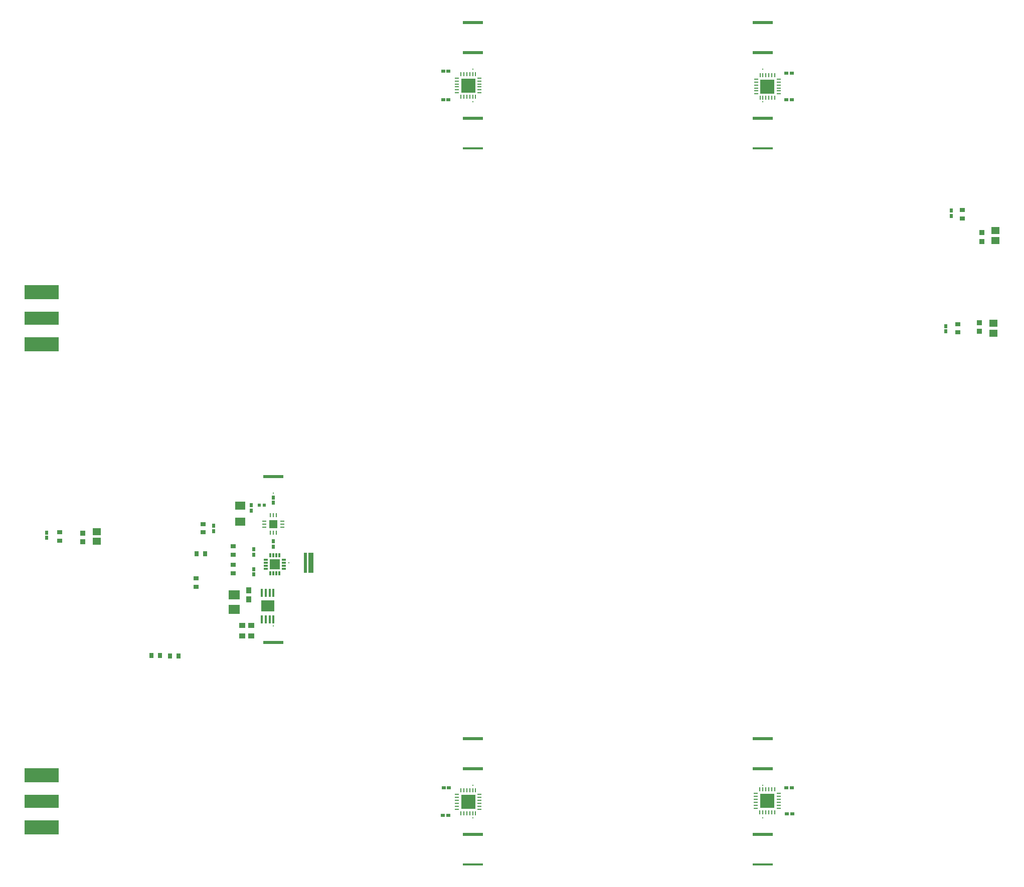
<source format=gtp>
G04*
G04 #@! TF.GenerationSoftware,Altium Limited,Altium Designer,23.2.1 (34)*
G04*
G04 Layer_Color=8421504*
%FSLAX25Y25*%
%MOIN*%
G70*
G04*
G04 #@! TF.SameCoordinates,CA660C8E-C53F-4193-A26E-31EAB45B7BEE*
G04*
G04*
G04 #@! TF.FilePolarity,Positive*
G04*
G01*
G75*
%ADD15R,0.13610X0.01575*%
%ADD16R,0.03291X0.13610*%
%ADD17R,0.03543X0.02756*%
%ADD18R,0.01968X0.02756*%
%ADD19R,0.13610X0.01992*%
%ADD20R,0.09646X0.09646*%
%ADD21R,0.03150X0.00984*%
%ADD22R,0.00984X0.03150*%
%ADD23R,0.02598X0.02441*%
%ADD24R,0.13610X0.01968*%
%ADD25R,0.01100X0.01000*%
%ADD26R,0.01968X0.13610*%
%ADD27R,0.01000X0.01100*%
%ADD28R,0.05733X0.04940*%
%ADD29R,0.03591X0.03772*%
%ADD30R,0.23000X0.09000*%
%ADD31R,0.23000X0.09500*%
%ADD32R,0.02441X0.02598*%
%ADD33R,0.02756X0.03543*%
%ADD34R,0.01772X0.05315*%
%ADD35R,0.08898X0.07205*%
%ADD36R,0.05709X0.05709*%
%ADD37R,0.02559X0.00984*%
%ADD38R,0.00984X0.02559*%
%ADD39R,0.01181X0.02953*%
%ADD40R,0.02953X0.01181*%
%ADD41R,0.06890X0.06890*%
%ADD42R,0.07087X0.05315*%
%ADD43R,0.07284X0.06496*%
%ADD44R,0.03740X0.03937*%
%ADD45R,0.03937X0.03740*%
%ADD46R,0.02423X0.02254*%
D15*
X489475Y595437D02*
D03*
X682388D02*
D03*
X489475Y118941D02*
D03*
X682388D02*
D03*
D16*
X382110Y319843D02*
D03*
D17*
X310200Y340044D02*
D03*
Y345556D02*
D03*
X814799Y554433D02*
D03*
Y548921D02*
D03*
X811908Y478487D02*
D03*
Y472975D02*
D03*
X214898Y334551D02*
D03*
Y340063D02*
D03*
X305708Y309387D02*
D03*
Y303875D02*
D03*
X330289Y312913D02*
D03*
Y318425D02*
D03*
Y325117D02*
D03*
Y330629D02*
D03*
D18*
X317400Y344372D02*
D03*
Y340828D02*
D03*
X807614Y554039D02*
D03*
Y550496D02*
D03*
X804008Y473659D02*
D03*
Y477202D02*
D03*
X206236Y339866D02*
D03*
Y336323D02*
D03*
D19*
X682406Y202665D02*
D03*
X489492Y202665D02*
D03*
X682398Y679095D02*
D03*
X489484D02*
D03*
D20*
X486531Y637264D02*
D03*
X685404Y636581D02*
D03*
X685370Y161389D02*
D03*
X486539Y160835D02*
D03*
D21*
X478953Y632342D02*
D03*
Y634311D02*
D03*
Y636279D02*
D03*
Y638248D02*
D03*
Y640217D02*
D03*
Y642185D02*
D03*
X494110D02*
D03*
Y640217D02*
D03*
Y638248D02*
D03*
Y636279D02*
D03*
Y634311D02*
D03*
Y632342D02*
D03*
X692983Y641502D02*
D03*
Y639534D02*
D03*
Y637565D02*
D03*
Y635597D02*
D03*
Y633628D02*
D03*
Y631660D02*
D03*
X677825D02*
D03*
Y633628D02*
D03*
Y635597D02*
D03*
Y637565D02*
D03*
Y639534D02*
D03*
Y641502D02*
D03*
X677791Y166310D02*
D03*
Y164341D02*
D03*
Y162373D02*
D03*
Y160404D02*
D03*
Y158436D02*
D03*
Y156467D02*
D03*
X692949D02*
D03*
Y158436D02*
D03*
Y160404D02*
D03*
Y162373D02*
D03*
Y164341D02*
D03*
Y166310D02*
D03*
X478961Y155913D02*
D03*
Y157882D02*
D03*
Y159850D02*
D03*
Y161819D02*
D03*
Y163787D02*
D03*
Y165756D02*
D03*
X494118D02*
D03*
Y163787D02*
D03*
Y161819D02*
D03*
Y159850D02*
D03*
Y157882D02*
D03*
Y155913D02*
D03*
D22*
X481610Y644842D02*
D03*
X483579D02*
D03*
X485547D02*
D03*
X487516D02*
D03*
X489484D02*
D03*
X491453D02*
D03*
Y629685D02*
D03*
X489484D02*
D03*
X487516D02*
D03*
X485547D02*
D03*
X483579D02*
D03*
X481610D02*
D03*
X690325Y629002D02*
D03*
X688357D02*
D03*
X686388D02*
D03*
X684420D02*
D03*
X682451D02*
D03*
X680483D02*
D03*
Y644160D02*
D03*
X682451D02*
D03*
X684420D02*
D03*
X686388D02*
D03*
X688357D02*
D03*
X690325D02*
D03*
X690291Y168967D02*
D03*
X688323D02*
D03*
X686354D02*
D03*
X684386D02*
D03*
X682417D02*
D03*
X680449D02*
D03*
Y153810D02*
D03*
X682417D02*
D03*
X684386D02*
D03*
X686354D02*
D03*
X688323D02*
D03*
X690291D02*
D03*
X481618Y168413D02*
D03*
X483587D02*
D03*
X485555D02*
D03*
X487524D02*
D03*
X489492D02*
D03*
X491461D02*
D03*
Y153256D02*
D03*
X489492D02*
D03*
X487524D02*
D03*
X485555D02*
D03*
X483587D02*
D03*
X481618D02*
D03*
D23*
X469976Y627716D02*
D03*
X473441D02*
D03*
X469976Y646614D02*
D03*
X473441D02*
D03*
X698087Y645532D02*
D03*
X701551D02*
D03*
X698087Y627815D02*
D03*
X701551D02*
D03*
X701559Y170185D02*
D03*
X698095D02*
D03*
X701894Y152665D02*
D03*
X698429D02*
D03*
X473252Y151681D02*
D03*
X469787D02*
D03*
X473646Y170087D02*
D03*
X470181D02*
D03*
D24*
X489472Y615386D02*
D03*
X682387Y615356D02*
D03*
X489472Y659114D02*
D03*
X682386D02*
D03*
X682393Y138957D02*
D03*
X682394Y182685D02*
D03*
X489479Y138955D02*
D03*
X489479Y182685D02*
D03*
X357108Y266607D02*
D03*
X357008Y377054D02*
D03*
D25*
X489472Y626409D02*
D03*
X682387Y626379D02*
D03*
X489472Y648091D02*
D03*
X682386D02*
D03*
X682393Y149980D02*
D03*
X682394Y171661D02*
D03*
X489479Y149979D02*
D03*
X489479Y171661D02*
D03*
X357108Y277631D02*
D03*
X357008Y366031D02*
D03*
D26*
X378320Y319802D02*
D03*
D27*
X367297D02*
D03*
D28*
X836933Y534206D02*
D03*
Y540708D02*
D03*
X239504Y340460D02*
D03*
Y333958D02*
D03*
X835665Y472537D02*
D03*
Y479039D02*
D03*
D29*
X828023Y539327D02*
D03*
Y533602D02*
D03*
X230449Y333658D02*
D03*
Y339382D02*
D03*
X826315Y479441D02*
D03*
Y473717D02*
D03*
D30*
X203008Y482453D02*
D03*
Y161081D02*
D03*
D31*
Y465203D02*
D03*
Y499703D02*
D03*
Y143831D02*
D03*
Y178331D02*
D03*
D32*
X357008Y363195D02*
D03*
Y359731D02*
D03*
X344109Y315434D02*
D03*
Y311969D02*
D03*
X344011Y325257D02*
D03*
Y328721D02*
D03*
X342408Y357963D02*
D03*
Y354498D02*
D03*
X357008Y330598D02*
D03*
Y334063D02*
D03*
D33*
X311556Y325700D02*
D03*
X306044D02*
D03*
X293808Y257931D02*
D03*
X288296D02*
D03*
X281508Y258031D02*
D03*
X275996D02*
D03*
D34*
X349420Y282202D02*
D03*
X351979D02*
D03*
X354538D02*
D03*
X357097D02*
D03*
X349420Y299722D02*
D03*
X351979D02*
D03*
X354538D02*
D03*
X357097D02*
D03*
D35*
X353259Y290962D02*
D03*
D36*
X357003Y345591D02*
D03*
D37*
X351097Y343583D02*
D03*
Y345591D02*
D03*
Y347599D02*
D03*
X362908D02*
D03*
Y345591D02*
D03*
Y343583D02*
D03*
D38*
X354995Y351497D02*
D03*
X357003D02*
D03*
X359011D02*
D03*
Y339686D02*
D03*
X357003D02*
D03*
X354995D02*
D03*
D39*
X355034Y312914D02*
D03*
X357003D02*
D03*
X358971D02*
D03*
X360940D02*
D03*
Y324725D02*
D03*
X358971D02*
D03*
X357003D02*
D03*
X355034D02*
D03*
D40*
X363893Y315867D02*
D03*
Y317835D02*
D03*
Y319804D02*
D03*
Y321772D02*
D03*
X352081D02*
D03*
Y319804D02*
D03*
Y317835D02*
D03*
Y315867D02*
D03*
D41*
X357987Y318819D02*
D03*
D42*
X335008Y347017D02*
D03*
Y357844D02*
D03*
D43*
X330920Y288911D02*
D03*
Y298557D02*
D03*
D44*
X340467Y301411D02*
D03*
Y295505D02*
D03*
D45*
X342161Y278031D02*
D03*
X336255D02*
D03*
X342161Y271231D02*
D03*
X336255D02*
D03*
D46*
X351008Y358131D02*
D03*
X347633D02*
D03*
M02*

</source>
